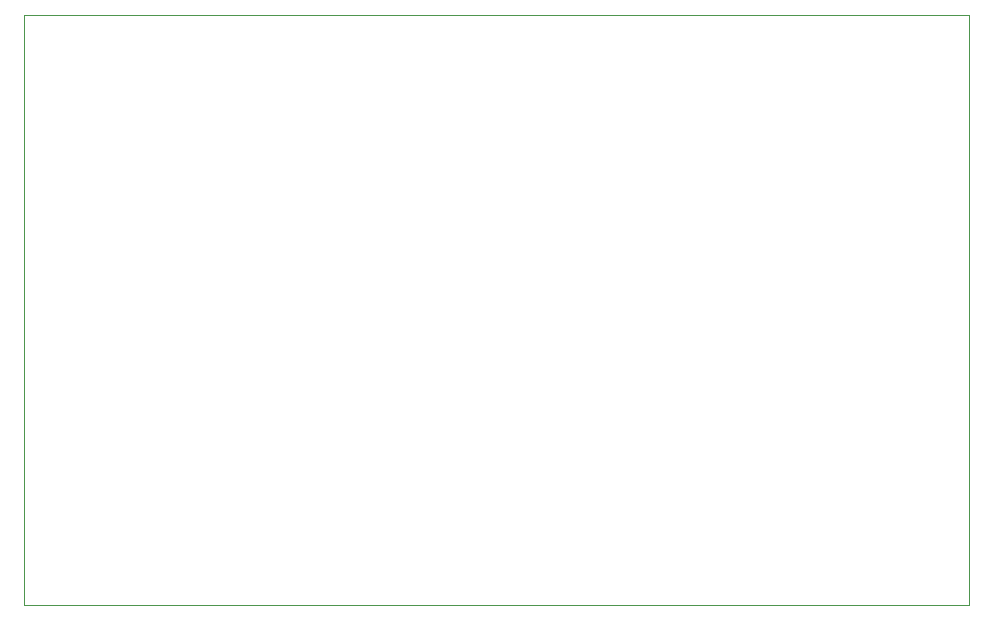
<source format=gm1>
G04 #@! TF.GenerationSoftware,KiCad,Pcbnew,(5.0.0)*
G04 #@! TF.CreationDate,2018-08-10T21:54:07-04:00*
G04 #@! TF.ProjectId,scope-footswitch,73636F70652D666F6F74737769746368,1*
G04 #@! TF.SameCoordinates,Original*
G04 #@! TF.FileFunction,Profile,NP*
%FSLAX46Y46*%
G04 Gerber Fmt 4.6, Leading zero omitted, Abs format (unit mm)*
G04 Created by KiCad (PCBNEW (5.0.0)) date 08/10/18 21:54:07*
%MOMM*%
%LPD*%
G01*
G04 APERTURE LIST*
%ADD10C,0.001000*%
G04 APERTURE END LIST*
D10*
X188600000Y-69200000D02*
X108600000Y-69200000D01*
X188600000Y-119200000D02*
X188600000Y-69200000D01*
X108600000Y-119200000D02*
X188600000Y-119200000D01*
X108600000Y-69200000D02*
X108600000Y-119200000D01*
M02*

</source>
